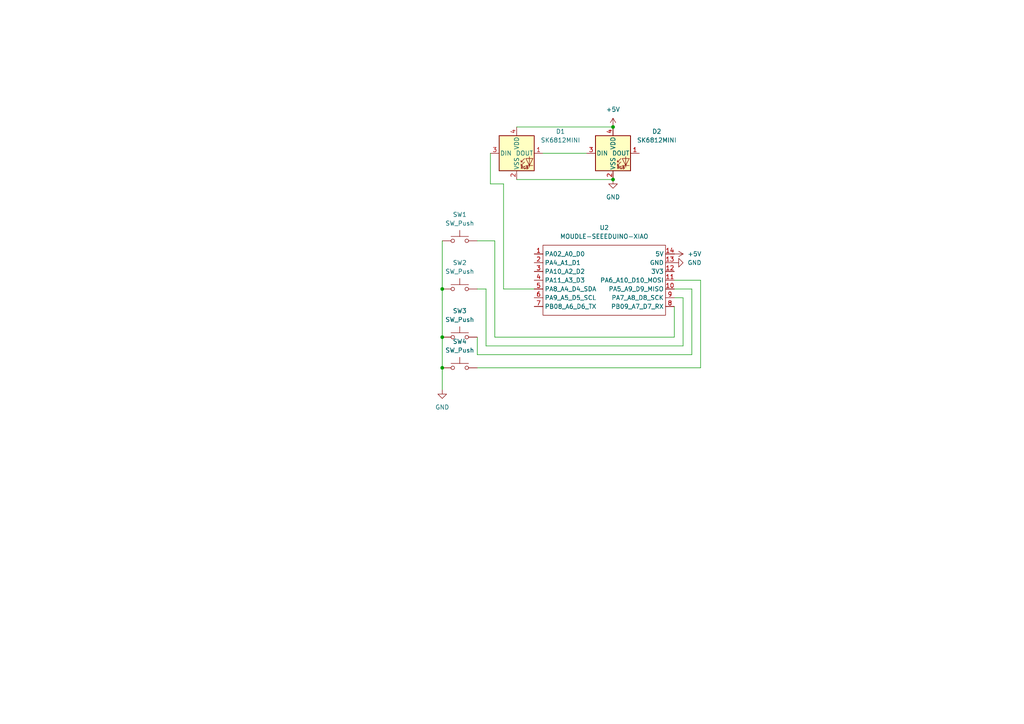
<source format=kicad_sch>
(kicad_sch
	(version 20231120)
	(generator "eeschema")
	(generator_version "8.0")
	(uuid "eb219932-11e5-4e30-ab5f-b2de3cfd0207")
	(paper "A4")
	(lib_symbols
		(symbol "LED:SK6812MINI"
			(pin_names
				(offset 0.254)
			)
			(exclude_from_sim no)
			(in_bom yes)
			(on_board yes)
			(property "Reference" "D"
				(at 5.08 5.715 0)
				(effects
					(font
						(size 1.27 1.27)
					)
					(justify right bottom)
				)
			)
			(property "Value" "SK6812MINI"
				(at 1.27 -5.715 0)
				(effects
					(font
						(size 1.27 1.27)
					)
					(justify left top)
				)
			)
			(property "Footprint" "LED_SMD:LED_SK6812MINI_PLCC4_3.5x3.5mm_P1.75mm"
				(at 1.27 -7.62 0)
				(effects
					(font
						(size 1.27 1.27)
					)
					(justify left top)
					(hide yes)
				)
			)
			(property "Datasheet" "https://cdn-shop.adafruit.com/product-files/2686/SK6812MINI_REV.01-1-2.pdf"
				(at 2.54 -9.525 0)
				(effects
					(font
						(size 1.27 1.27)
					)
					(justify left top)
					(hide yes)
				)
			)
			(property "Description" "RGB LED with integrated controller"
				(at 0 0 0)
				(effects
					(font
						(size 1.27 1.27)
					)
					(hide yes)
				)
			)
			(property "ki_keywords" "RGB LED NeoPixel Mini addressable"
				(at 0 0 0)
				(effects
					(font
						(size 1.27 1.27)
					)
					(hide yes)
				)
			)
			(property "ki_fp_filters" "LED*SK6812MINI*PLCC*3.5x3.5mm*P1.75mm*"
				(at 0 0 0)
				(effects
					(font
						(size 1.27 1.27)
					)
					(hide yes)
				)
			)
			(symbol "SK6812MINI_0_0"
				(text "RGB"
					(at 2.286 -4.191 0)
					(effects
						(font
							(size 0.762 0.762)
						)
					)
				)
			)
			(symbol "SK6812MINI_0_1"
				(polyline
					(pts
						(xy 1.27 -3.556) (xy 1.778 -3.556)
					)
					(stroke
						(width 0)
						(type default)
					)
					(fill
						(type none)
					)
				)
				(polyline
					(pts
						(xy 1.27 -2.54) (xy 1.778 -2.54)
					)
					(stroke
						(width 0)
						(type default)
					)
					(fill
						(type none)
					)
				)
				(polyline
					(pts
						(xy 4.699 -3.556) (xy 2.667 -3.556)
					)
					(stroke
						(width 0)
						(type default)
					)
					(fill
						(type none)
					)
				)
				(polyline
					(pts
						(xy 2.286 -2.54) (xy 1.27 -3.556) (xy 1.27 -3.048)
					)
					(stroke
						(width 0)
						(type default)
					)
					(fill
						(type none)
					)
				)
				(polyline
					(pts
						(xy 2.286 -1.524) (xy 1.27 -2.54) (xy 1.27 -2.032)
					)
					(stroke
						(width 0)
						(type default)
					)
					(fill
						(type none)
					)
				)
				(polyline
					(pts
						(xy 3.683 -1.016) (xy 3.683 -3.556) (xy 3.683 -4.064)
					)
					(stroke
						(width 0)
						(type default)
					)
					(fill
						(type none)
					)
				)
				(polyline
					(pts
						(xy 4.699 -1.524) (xy 2.667 -1.524) (xy 3.683 -3.556) (xy 4.699 -1.524)
					)
					(stroke
						(width 0)
						(type default)
					)
					(fill
						(type none)
					)
				)
				(rectangle
					(start 5.08 5.08)
					(end -5.08 -5.08)
					(stroke
						(width 0.254)
						(type default)
					)
					(fill
						(type background)
					)
				)
			)
			(symbol "SK6812MINI_1_1"
				(pin output line
					(at 7.62 0 180)
					(length 2.54)
					(name "DOUT"
						(effects
							(font
								(size 1.27 1.27)
							)
						)
					)
					(number "1"
						(effects
							(font
								(size 1.27 1.27)
							)
						)
					)
				)
				(pin power_in line
					(at 0 -7.62 90)
					(length 2.54)
					(name "VSS"
						(effects
							(font
								(size 1.27 1.27)
							)
						)
					)
					(number "2"
						(effects
							(font
								(size 1.27 1.27)
							)
						)
					)
				)
				(pin input line
					(at -7.62 0 0)
					(length 2.54)
					(name "DIN"
						(effects
							(font
								(size 1.27 1.27)
							)
						)
					)
					(number "3"
						(effects
							(font
								(size 1.27 1.27)
							)
						)
					)
				)
				(pin power_in line
					(at 0 7.62 270)
					(length 2.54)
					(name "VDD"
						(effects
							(font
								(size 1.27 1.27)
							)
						)
					)
					(number "4"
						(effects
							(font
								(size 1.27 1.27)
							)
						)
					)
				)
			)
		)
		(symbol "Switch:SW_Push"
			(pin_numbers hide)
			(pin_names
				(offset 1.016) hide)
			(exclude_from_sim no)
			(in_bom yes)
			(on_board yes)
			(property "Reference" "SW"
				(at 1.27 2.54 0)
				(effects
					(font
						(size 1.27 1.27)
					)
					(justify left)
				)
			)
			(property "Value" "SW_Push"
				(at 0 -1.524 0)
				(effects
					(font
						(size 1.27 1.27)
					)
				)
			)
			(property "Footprint" ""
				(at 0 5.08 0)
				(effects
					(font
						(size 1.27 1.27)
					)
					(hide yes)
				)
			)
			(property "Datasheet" "~"
				(at 0 5.08 0)
				(effects
					(font
						(size 1.27 1.27)
					)
					(hide yes)
				)
			)
			(property "Description" "Push button switch, generic, two pins"
				(at 0 0 0)
				(effects
					(font
						(size 1.27 1.27)
					)
					(hide yes)
				)
			)
			(property "ki_keywords" "switch normally-open pushbutton push-button"
				(at 0 0 0)
				(effects
					(font
						(size 1.27 1.27)
					)
					(hide yes)
				)
			)
			(symbol "SW_Push_0_1"
				(circle
					(center -2.032 0)
					(radius 0.508)
					(stroke
						(width 0)
						(type default)
					)
					(fill
						(type none)
					)
				)
				(polyline
					(pts
						(xy 0 1.27) (xy 0 3.048)
					)
					(stroke
						(width 0)
						(type default)
					)
					(fill
						(type none)
					)
				)
				(polyline
					(pts
						(xy 2.54 1.27) (xy -2.54 1.27)
					)
					(stroke
						(width 0)
						(type default)
					)
					(fill
						(type none)
					)
				)
				(circle
					(center 2.032 0)
					(radius 0.508)
					(stroke
						(width 0)
						(type default)
					)
					(fill
						(type none)
					)
				)
				(pin passive line
					(at -5.08 0 0)
					(length 2.54)
					(name "1"
						(effects
							(font
								(size 1.27 1.27)
							)
						)
					)
					(number "1"
						(effects
							(font
								(size 1.27 1.27)
							)
						)
					)
				)
				(pin passive line
					(at 5.08 0 180)
					(length 2.54)
					(name "2"
						(effects
							(font
								(size 1.27 1.27)
							)
						)
					)
					(number "2"
						(effects
							(font
								(size 1.27 1.27)
							)
						)
					)
				)
			)
		)
		(symbol "power:+5V"
			(power)
			(pin_numbers hide)
			(pin_names
				(offset 0) hide)
			(exclude_from_sim no)
			(in_bom yes)
			(on_board yes)
			(property "Reference" "#PWR"
				(at 0 -3.81 0)
				(effects
					(font
						(size 1.27 1.27)
					)
					(hide yes)
				)
			)
			(property "Value" "+5V"
				(at 0 3.556 0)
				(effects
					(font
						(size 1.27 1.27)
					)
				)
			)
			(property "Footprint" ""
				(at 0 0 0)
				(effects
					(font
						(size 1.27 1.27)
					)
					(hide yes)
				)
			)
			(property "Datasheet" ""
				(at 0 0 0)
				(effects
					(font
						(size 1.27 1.27)
					)
					(hide yes)
				)
			)
			(property "Description" "Power symbol creates a global label with name \"+5V\""
				(at 0 0 0)
				(effects
					(font
						(size 1.27 1.27)
					)
					(hide yes)
				)
			)
			(property "ki_keywords" "global power"
				(at 0 0 0)
				(effects
					(font
						(size 1.27 1.27)
					)
					(hide yes)
				)
			)
			(symbol "+5V_0_1"
				(polyline
					(pts
						(xy -0.762 1.27) (xy 0 2.54)
					)
					(stroke
						(width 0)
						(type default)
					)
					(fill
						(type none)
					)
				)
				(polyline
					(pts
						(xy 0 0) (xy 0 2.54)
					)
					(stroke
						(width 0)
						(type default)
					)
					(fill
						(type none)
					)
				)
				(polyline
					(pts
						(xy 0 2.54) (xy 0.762 1.27)
					)
					(stroke
						(width 0)
						(type default)
					)
					(fill
						(type none)
					)
				)
			)
			(symbol "+5V_1_1"
				(pin power_in line
					(at 0 0 90)
					(length 0)
					(name "~"
						(effects
							(font
								(size 1.27 1.27)
							)
						)
					)
					(number "1"
						(effects
							(font
								(size 1.27 1.27)
							)
						)
					)
				)
			)
		)
		(symbol "power:GND"
			(power)
			(pin_numbers hide)
			(pin_names
				(offset 0) hide)
			(exclude_from_sim no)
			(in_bom yes)
			(on_board yes)
			(property "Reference" "#PWR"
				(at 0 -6.35 0)
				(effects
					(font
						(size 1.27 1.27)
					)
					(hide yes)
				)
			)
			(property "Value" "GND"
				(at 0 -3.81 0)
				(effects
					(font
						(size 1.27 1.27)
					)
				)
			)
			(property "Footprint" ""
				(at 0 0 0)
				(effects
					(font
						(size 1.27 1.27)
					)
					(hide yes)
				)
			)
			(property "Datasheet" ""
				(at 0 0 0)
				(effects
					(font
						(size 1.27 1.27)
					)
					(hide yes)
				)
			)
			(property "Description" "Power symbol creates a global label with name \"GND\" , ground"
				(at 0 0 0)
				(effects
					(font
						(size 1.27 1.27)
					)
					(hide yes)
				)
			)
			(property "ki_keywords" "global power"
				(at 0 0 0)
				(effects
					(font
						(size 1.27 1.27)
					)
					(hide yes)
				)
			)
			(symbol "GND_0_1"
				(polyline
					(pts
						(xy 0 0) (xy 0 -1.27) (xy 1.27 -1.27) (xy 0 -2.54) (xy -1.27 -1.27) (xy 0 -1.27)
					)
					(stroke
						(width 0)
						(type default)
					)
					(fill
						(type none)
					)
				)
			)
			(symbol "GND_1_1"
				(pin power_in line
					(at 0 0 270)
					(length 0)
					(name "~"
						(effects
							(font
								(size 1.27 1.27)
							)
						)
					)
					(number "1"
						(effects
							(font
								(size 1.27 1.27)
							)
						)
					)
				)
			)
		)
		(symbol "xiao:MOUDLE-SEEEDUINO-XIAO"
			(exclude_from_sim no)
			(in_bom yes)
			(on_board yes)
			(property "Reference" "U"
				(at -16.51 11.43 0)
				(effects
					(font
						(size 1.27 1.27)
					)
				)
			)
			(property "Value" "MOUDLE-SEEEDUINO-XIAO"
				(at -3.81 -11.43 0)
				(effects
					(font
						(size 1.27 1.27)
					)
				)
			)
			(property "Footprint" ""
				(at -16.51 2.54 0)
				(effects
					(font
						(size 1.27 1.27)
					)
					(hide yes)
				)
			)
			(property "Datasheet" ""
				(at -16.51 2.54 0)
				(effects
					(font
						(size 1.27 1.27)
					)
					(hide yes)
				)
			)
			(property "Description" ""
				(at 0 0 0)
				(effects
					(font
						(size 1.27 1.27)
					)
					(hide yes)
				)
			)
			(symbol "MOUDLE-SEEEDUINO-XIAO_0_1"
				(rectangle
					(start -16.51 10.16)
					(end 19.05 -10.16)
					(stroke
						(width 0)
						(type default)
					)
					(fill
						(type none)
					)
				)
			)
			(symbol "MOUDLE-SEEEDUINO-XIAO_1_1"
				(pin passive line
					(at -19.05 7.62 0)
					(length 2.54)
					(name "PA02_A0_D0"
						(effects
							(font
								(size 1.27 1.27)
							)
						)
					)
					(number "1"
						(effects
							(font
								(size 1.27 1.27)
							)
						)
					)
				)
				(pin passive line
					(at 21.59 -2.54 180)
					(length 2.54)
					(name "PA5_A9_D9_MISO"
						(effects
							(font
								(size 1.27 1.27)
							)
						)
					)
					(number "10"
						(effects
							(font
								(size 1.27 1.27)
							)
						)
					)
				)
				(pin passive line
					(at 21.59 0 180)
					(length 2.54)
					(name "PA6_A10_D10_MOSI"
						(effects
							(font
								(size 1.27 1.27)
							)
						)
					)
					(number "11"
						(effects
							(font
								(size 1.27 1.27)
							)
						)
					)
				)
				(pin passive line
					(at 21.59 2.54 180)
					(length 2.54)
					(name "3V3"
						(effects
							(font
								(size 1.27 1.27)
							)
						)
					)
					(number "12"
						(effects
							(font
								(size 1.27 1.27)
							)
						)
					)
				)
				(pin passive line
					(at 21.59 5.08 180)
					(length 2.54)
					(name "GND"
						(effects
							(font
								(size 1.27 1.27)
							)
						)
					)
					(number "13"
						(effects
							(font
								(size 1.27 1.27)
							)
						)
					)
				)
				(pin passive line
					(at 21.59 7.62 180)
					(length 2.54)
					(name "5V"
						(effects
							(font
								(size 1.27 1.27)
							)
						)
					)
					(number "14"
						(effects
							(font
								(size 1.27 1.27)
							)
						)
					)
				)
				(pin passive line
					(at -19.05 5.08 0)
					(length 2.54)
					(name "PA4_A1_D1"
						(effects
							(font
								(size 1.27 1.27)
							)
						)
					)
					(number "2"
						(effects
							(font
								(size 1.27 1.27)
							)
						)
					)
				)
				(pin passive line
					(at -19.05 2.54 0)
					(length 2.54)
					(name "PA10_A2_D2"
						(effects
							(font
								(size 1.27 1.27)
							)
						)
					)
					(number "3"
						(effects
							(font
								(size 1.27 1.27)
							)
						)
					)
				)
				(pin passive line
					(at -19.05 0 0)
					(length 2.54)
					(name "PA11_A3_D3"
						(effects
							(font
								(size 1.27 1.27)
							)
						)
					)
					(number "4"
						(effects
							(font
								(size 1.27 1.27)
							)
						)
					)
				)
				(pin passive line
					(at -19.05 -2.54 0)
					(length 2.54)
					(name "PA8_A4_D4_SDA"
						(effects
							(font
								(size 1.27 1.27)
							)
						)
					)
					(number "5"
						(effects
							(font
								(size 1.27 1.27)
							)
						)
					)
				)
				(pin passive line
					(at -19.05 -5.08 0)
					(length 2.54)
					(name "PA9_A5_D5_SCL"
						(effects
							(font
								(size 1.27 1.27)
							)
						)
					)
					(number "6"
						(effects
							(font
								(size 1.27 1.27)
							)
						)
					)
				)
				(pin passive line
					(at -19.05 -7.62 0)
					(length 2.54)
					(name "PB08_A6_D6_TX"
						(effects
							(font
								(size 1.27 1.27)
							)
						)
					)
					(number "7"
						(effects
							(font
								(size 1.27 1.27)
							)
						)
					)
				)
				(pin passive line
					(at 21.59 -7.62 180)
					(length 2.54)
					(name "PB09_A7_D7_RX"
						(effects
							(font
								(size 1.27 1.27)
							)
						)
					)
					(number "8"
						(effects
							(font
								(size 1.27 1.27)
							)
						)
					)
				)
				(pin passive line
					(at 21.59 -5.08 180)
					(length 2.54)
					(name "PA7_A8_D8_SCK"
						(effects
							(font
								(size 1.27 1.27)
							)
						)
					)
					(number "9"
						(effects
							(font
								(size 1.27 1.27)
							)
						)
					)
				)
			)
		)
	)
	(junction
		(at 177.8 52.07)
		(diameter 0)
		(color 0 0 0 0)
		(uuid "23e043eb-8ff4-4c63-bd56-1a5061848549")
	)
	(junction
		(at 128.27 83.82)
		(diameter 0)
		(color 0 0 0 0)
		(uuid "b63abd0a-987f-439a-8881-5e7cda672def")
	)
	(junction
		(at 128.27 97.79)
		(diameter 0)
		(color 0 0 0 0)
		(uuid "dc612a35-f0fc-4ab8-b5aa-f945b3080062")
	)
	(junction
		(at 177.8 36.83)
		(diameter 0)
		(color 0 0 0 0)
		(uuid "e47d9077-def6-439b-b2e1-24350aeb6581")
	)
	(junction
		(at 128.27 106.68)
		(diameter 0)
		(color 0 0 0 0)
		(uuid "edc1b145-c6c3-4cf7-bf22-8d867da7a9f7")
	)
	(wire
		(pts
			(xy 128.27 97.79) (xy 128.27 106.68)
		)
		(stroke
			(width 0)
			(type default)
		)
		(uuid "09370154-e9ba-4333-92bf-fb778a3a5ee4")
	)
	(wire
		(pts
			(xy 140.97 100.33) (xy 198.12 100.33)
		)
		(stroke
			(width 0)
			(type default)
		)
		(uuid "14c9182c-aced-4f9c-9262-48e12c83b096")
	)
	(wire
		(pts
			(xy 146.05 83.82) (xy 146.05 53.34)
		)
		(stroke
			(width 0)
			(type default)
		)
		(uuid "1bc4f1cd-9ef5-4fb2-8c1b-f07c9655358a")
	)
	(wire
		(pts
			(xy 149.86 52.07) (xy 177.8 52.07)
		)
		(stroke
			(width 0)
			(type default)
		)
		(uuid "1c8acf02-f3c5-4423-8647-3f8cc436b043")
	)
	(wire
		(pts
			(xy 146.05 53.34) (xy 142.24 53.34)
		)
		(stroke
			(width 0)
			(type default)
		)
		(uuid "2a7b9197-d8b8-403c-9a7f-626fa63e2df1")
	)
	(wire
		(pts
			(xy 138.43 69.85) (xy 143.51 69.85)
		)
		(stroke
			(width 0)
			(type default)
		)
		(uuid "2dea5456-7e66-43a9-85ae-defbc9785feb")
	)
	(wire
		(pts
			(xy 128.27 83.82) (xy 128.27 97.79)
		)
		(stroke
			(width 0)
			(type default)
		)
		(uuid "34ca8fb5-0b3d-4bff-8c15-8082e92fb242")
	)
	(wire
		(pts
			(xy 157.48 44.45) (xy 170.18 44.45)
		)
		(stroke
			(width 0)
			(type default)
		)
		(uuid "4181f077-98a8-4be7-a7a2-9b443009a05c")
	)
	(wire
		(pts
			(xy 138.43 102.87) (xy 138.43 97.79)
		)
		(stroke
			(width 0)
			(type default)
		)
		(uuid "41cb1e54-aaf6-43b1-85cd-5f90767e6778")
	)
	(wire
		(pts
			(xy 203.2 106.68) (xy 203.2 81.28)
		)
		(stroke
			(width 0)
			(type default)
		)
		(uuid "47d40cdf-16f0-41ea-83a4-35893d024151")
	)
	(wire
		(pts
			(xy 203.2 81.28) (xy 195.58 81.28)
		)
		(stroke
			(width 0)
			(type default)
		)
		(uuid "51dc0384-d37b-4596-9f16-a53f3b68246f")
	)
	(wire
		(pts
			(xy 138.43 106.68) (xy 203.2 106.68)
		)
		(stroke
			(width 0)
			(type default)
		)
		(uuid "76d2913c-acab-4151-a929-9ab9347b62be")
	)
	(wire
		(pts
			(xy 138.43 83.82) (xy 140.97 83.82)
		)
		(stroke
			(width 0)
			(type default)
		)
		(uuid "7a341566-b5e8-47b7-aa6a-02de640ed80d")
	)
	(wire
		(pts
			(xy 138.43 102.87) (xy 200.66 102.87)
		)
		(stroke
			(width 0)
			(type default)
		)
		(uuid "8090a219-f8b7-43db-918b-95146c7377b1")
	)
	(wire
		(pts
			(xy 142.24 53.34) (xy 142.24 44.45)
		)
		(stroke
			(width 0)
			(type default)
		)
		(uuid "8a501d35-2cbb-4805-819b-083553a97b43")
	)
	(wire
		(pts
			(xy 149.86 36.83) (xy 177.8 36.83)
		)
		(stroke
			(width 0)
			(type default)
		)
		(uuid "944361aa-093e-4ef7-a192-4ade5f8f56bb")
	)
	(wire
		(pts
			(xy 143.51 97.79) (xy 195.58 97.79)
		)
		(stroke
			(width 0)
			(type default)
		)
		(uuid "964775e5-2f72-4b82-97f5-15cf7ca7d6a8")
	)
	(wire
		(pts
			(xy 195.58 97.79) (xy 195.58 88.9)
		)
		(stroke
			(width 0)
			(type default)
		)
		(uuid "967b63e6-f285-41b4-b0c7-590f9f069784")
	)
	(wire
		(pts
			(xy 198.12 86.36) (xy 195.58 86.36)
		)
		(stroke
			(width 0)
			(type default)
		)
		(uuid "967e148c-0f02-44c0-ad02-da32f42bea3d")
	)
	(wire
		(pts
			(xy 143.51 69.85) (xy 143.51 97.79)
		)
		(stroke
			(width 0)
			(type default)
		)
		(uuid "988470f0-3d87-46e1-b1d7-c30bf532b797")
	)
	(wire
		(pts
			(xy 128.27 69.85) (xy 128.27 83.82)
		)
		(stroke
			(width 0)
			(type default)
		)
		(uuid "a1c7d5c5-ea40-4033-9b7b-02ee600d6ace")
	)
	(wire
		(pts
			(xy 128.27 113.03) (xy 128.27 106.68)
		)
		(stroke
			(width 0)
			(type default)
		)
		(uuid "a64e07c4-173d-4873-822b-16494ce2fc95")
	)
	(wire
		(pts
			(xy 198.12 100.33) (xy 198.12 86.36)
		)
		(stroke
			(width 0)
			(type default)
		)
		(uuid "beb7a946-e6a5-445f-87ce-a888b73c17ed")
	)
	(wire
		(pts
			(xy 200.66 102.87) (xy 200.66 83.82)
		)
		(stroke
			(width 0)
			(type default)
		)
		(uuid "bfebe621-8e2f-4b6b-bdd0-282e967d7fce")
	)
	(wire
		(pts
			(xy 200.66 83.82) (xy 195.58 83.82)
		)
		(stroke
			(width 0)
			(type default)
		)
		(uuid "ea9979e2-09e3-426f-85e5-fdec485e5397")
	)
	(wire
		(pts
			(xy 140.97 83.82) (xy 140.97 100.33)
		)
		(stroke
			(width 0)
			(type default)
		)
		(uuid "fd999e2e-ad0c-4fed-a036-eba741ca6af5")
	)
	(wire
		(pts
			(xy 154.94 83.82) (xy 146.05 83.82)
		)
		(stroke
			(width 0)
			(type default)
		)
		(uuid "fe9749e8-ed6d-46c1-94f7-e0eee394ae91")
	)
	(symbol
		(lib_id "power:+5V")
		(at 177.8 36.83 0)
		(unit 1)
		(exclude_from_sim no)
		(in_bom yes)
		(on_board yes)
		(dnp no)
		(fields_autoplaced yes)
		(uuid "10b18bd6-041c-45e1-8a02-f7f454e79a8a")
		(property "Reference" "#PWR04"
			(at 177.8 40.64 0)
			(effects
				(font
					(size 1.27 1.27)
				)
				(hide yes)
			)
		)
		(property "Value" "+5V"
			(at 177.8 31.75 0)
			(effects
				(font
					(size 1.27 1.27)
				)
			)
		)
		(property "Footprint" ""
			(at 177.8 36.83 0)
			(effects
				(font
					(size 1.27 1.27)
				)
				(hide yes)
			)
		)
		(property "Datasheet" ""
			(at 177.8 36.83 0)
			(effects
				(font
					(size 1.27 1.27)
				)
				(hide yes)
			)
		)
		(property "Description" "Power symbol creates a global label with name \"+5V\""
			(at 177.8 36.83 0)
			(effects
				(font
					(size 1.27 1.27)
				)
				(hide yes)
			)
		)
		(pin "1"
			(uuid "68a4d3cd-57d3-4afc-a4f2-839fd4647f5a")
		)
		(instances
			(project ""
				(path "/eb219932-11e5-4e30-ab5f-b2de3cfd0207"
					(reference "#PWR04")
					(unit 1)
				)
			)
		)
	)
	(symbol
		(lib_id "power:GND")
		(at 195.58 76.2 90)
		(unit 1)
		(exclude_from_sim no)
		(in_bom yes)
		(on_board yes)
		(dnp no)
		(fields_autoplaced yes)
		(uuid "16782795-74e8-4baa-8b75-1b3309b68df9")
		(property "Reference" "#PWR01"
			(at 201.93 76.2 0)
			(effects
				(font
					(size 1.27 1.27)
				)
				(hide yes)
			)
		)
		(property "Value" "GND"
			(at 199.39 76.1999 90)
			(effects
				(font
					(size 1.27 1.27)
				)
				(justify right)
			)
		)
		(property "Footprint" ""
			(at 195.58 76.2 0)
			(effects
				(font
					(size 1.27 1.27)
				)
				(hide yes)
			)
		)
		(property "Datasheet" ""
			(at 195.58 76.2 0)
			(effects
				(font
					(size 1.27 1.27)
				)
				(hide yes)
			)
		)
		(property "Description" "Power symbol creates a global label with name \"GND\" , ground"
			(at 195.58 76.2 0)
			(effects
				(font
					(size 1.27 1.27)
				)
				(hide yes)
			)
		)
		(pin "1"
			(uuid "7f4bd030-8dfb-4a1b-9ca6-ed7378a12c9a")
		)
		(instances
			(project ""
				(path "/eb219932-11e5-4e30-ab5f-b2de3cfd0207"
					(reference "#PWR01")
					(unit 1)
				)
			)
		)
	)
	(symbol
		(lib_id "power:GND")
		(at 128.27 113.03 0)
		(unit 1)
		(exclude_from_sim no)
		(in_bom yes)
		(on_board yes)
		(dnp no)
		(fields_autoplaced yes)
		(uuid "1cdab028-31a3-48a1-869f-09200af37a8a")
		(property "Reference" "#PWR02"
			(at 128.27 119.38 0)
			(effects
				(font
					(size 1.27 1.27)
				)
				(hide yes)
			)
		)
		(property "Value" "GND"
			(at 128.27 118.11 0)
			(effects
				(font
					(size 1.27 1.27)
				)
			)
		)
		(property "Footprint" ""
			(at 128.27 113.03 0)
			(effects
				(font
					(size 1.27 1.27)
				)
				(hide yes)
			)
		)
		(property "Datasheet" ""
			(at 128.27 113.03 0)
			(effects
				(font
					(size 1.27 1.27)
				)
				(hide yes)
			)
		)
		(property "Description" "Power symbol creates a global label with name \"GND\" , ground"
			(at 128.27 113.03 0)
			(effects
				(font
					(size 1.27 1.27)
				)
				(hide yes)
			)
		)
		(pin "1"
			(uuid "84feabe1-daa6-41f4-a43e-c92ae5358db8")
		)
		(instances
			(project ""
				(path "/eb219932-11e5-4e30-ab5f-b2de3cfd0207"
					(reference "#PWR02")
					(unit 1)
				)
			)
		)
	)
	(symbol
		(lib_id "power:GND")
		(at 177.8 52.07 0)
		(unit 1)
		(exclude_from_sim no)
		(in_bom yes)
		(on_board yes)
		(dnp no)
		(fields_autoplaced yes)
		(uuid "43f79c41-dce0-4f97-a462-68f2bde1b0d0")
		(property "Reference" "#PWR03"
			(at 177.8 58.42 0)
			(effects
				(font
					(size 1.27 1.27)
				)
				(hide yes)
			)
		)
		(property "Value" "GND"
			(at 177.8 57.15 0)
			(effects
				(font
					(size 1.27 1.27)
				)
			)
		)
		(property "Footprint" ""
			(at 177.8 52.07 0)
			(effects
				(font
					(size 1.27 1.27)
				)
				(hide yes)
			)
		)
		(property "Datasheet" ""
			(at 177.8 52.07 0)
			(effects
				(font
					(size 1.27 1.27)
				)
				(hide yes)
			)
		)
		(property "Description" "Power symbol creates a global label with name \"GND\" , ground"
			(at 177.8 52.07 0)
			(effects
				(font
					(size 1.27 1.27)
				)
				(hide yes)
			)
		)
		(pin "1"
			(uuid "286b2f64-fefe-4fd1-9584-69857fc6a61a")
		)
		(instances
			(project ""
				(path "/eb219932-11e5-4e30-ab5f-b2de3cfd0207"
					(reference "#PWR03")
					(unit 1)
				)
			)
		)
	)
	(symbol
		(lib_id "xiao:MOUDLE-SEEEDUINO-XIAO")
		(at 173.99 81.28 0)
		(unit 1)
		(exclude_from_sim no)
		(in_bom yes)
		(on_board yes)
		(dnp no)
		(fields_autoplaced yes)
		(uuid "6d642e6f-dda6-45f6-820d-4e74f39608e0")
		(property "Reference" "U2"
			(at 175.26 66.04 0)
			(effects
				(font
					(size 1.27 1.27)
				)
			)
		)
		(property "Value" "MOUDLE-SEEEDUINO-XIAO"
			(at 175.26 68.58 0)
			(effects
				(font
					(size 1.27 1.27)
				)
			)
		)
		(property "Footprint" "xiao:MOUDLE14P-2.54-21X17.8MM"
			(at 157.48 78.74 0)
			(effects
				(font
					(size 1.27 1.27)
				)
				(hide yes)
			)
		)
		(property "Datasheet" ""
			(at 157.48 78.74 0)
			(effects
				(font
					(size 1.27 1.27)
				)
				(hide yes)
			)
		)
		(property "Description" ""
			(at 173.99 81.28 0)
			(effects
				(font
					(size 1.27 1.27)
				)
				(hide yes)
			)
		)
		(pin "8"
			(uuid "1d55c241-3ded-44cb-8ee1-6fc4cf9c7448")
		)
		(pin "5"
			(uuid "eec269eb-98de-4cc0-b221-b6cdc79135a5")
		)
		(pin "13"
			(uuid "0b7db7c8-61e1-486b-ae6f-b989a1123ef4")
		)
		(pin "3"
			(uuid "702d128a-8306-419f-a23d-ec60b3cf7046")
		)
		(pin "1"
			(uuid "953c2b64-ce2b-4d42-8c0d-10970ac37739")
		)
		(pin "2"
			(uuid "c6d7135c-fdf6-4c13-afe5-d5a3a121985a")
		)
		(pin "7"
			(uuid "f1b3515c-f31b-4b4e-b093-902f566f7735")
		)
		(pin "6"
			(uuid "76c0644d-36ab-40e1-bec2-9c27cd445248")
		)
		(pin "12"
			(uuid "6a91d61a-e920-4f64-bc1a-2134b7226bad")
		)
		(pin "14"
			(uuid "c3b7a82a-fd35-4786-8f2f-42b2e13fdba2")
		)
		(pin "9"
			(uuid "f9ce888b-9fa9-4aa4-b7b4-17b863749aaf")
		)
		(pin "10"
			(uuid "105ad001-27ef-47ee-a7a8-adfd6cd1403d")
		)
		(pin "11"
			(uuid "7c6eecfa-a1fd-4f6e-815b-9d326da460e2")
		)
		(pin "4"
			(uuid "89b864c1-548b-426c-9e8d-a955fa4c5222")
		)
		(instances
			(project ""
				(path "/eb219932-11e5-4e30-ab5f-b2de3cfd0207"
					(reference "U2")
					(unit 1)
				)
			)
		)
	)
	(symbol
		(lib_id "LED:SK6812MINI")
		(at 149.86 44.45 0)
		(unit 1)
		(exclude_from_sim no)
		(in_bom yes)
		(on_board yes)
		(dnp no)
		(fields_autoplaced yes)
		(uuid "85358bbf-31be-4e8a-aa7b-43c4ca6ed997")
		(property "Reference" "D1"
			(at 162.56 38.1314 0)
			(effects
				(font
					(size 1.27 1.27)
				)
			)
		)
		(property "Value" "SK6812MINI"
			(at 162.56 40.6714 0)
			(effects
				(font
					(size 1.27 1.27)
				)
			)
		)
		(property "Footprint" "LED_SMD:LED_SK6812MINI_PLCC4_3.5x3.5mm_P1.75mm"
			(at 151.13 52.07 0)
			(effects
				(font
					(size 1.27 1.27)
				)
				(justify left top)
				(hide yes)
			)
		)
		(property "Datasheet" "https://cdn-shop.adafruit.com/product-files/2686/SK6812MINI_REV.01-1-2.pdf"
			(at 152.4 53.975 0)
			(effects
				(font
					(size 1.27 1.27)
				)
				(justify left top)
				(hide yes)
			)
		)
		(property "Description" "RGB LED with integrated controller"
			(at 149.86 44.45 0)
			(effects
				(font
					(size 1.27 1.27)
				)
				(hide yes)
			)
		)
		(pin "2"
			(uuid "07393abf-ee0a-45d2-99ea-d6e9ea9e917f")
		)
		(pin "4"
			(uuid "91add541-6e27-4cfb-a011-99fc47dd0f9a")
		)
		(pin "3"
			(uuid "65aed95c-8684-4073-89f9-7f1aa79286d9")
		)
		(pin "1"
			(uuid "78ade906-f986-4ff5-a910-69d736f440ee")
		)
		(instances
			(project ""
				(path "/eb219932-11e5-4e30-ab5f-b2de3cfd0207"
					(reference "D1")
					(unit 1)
				)
			)
		)
	)
	(symbol
		(lib_id "Switch:SW_Push")
		(at 133.35 69.85 0)
		(unit 1)
		(exclude_from_sim no)
		(in_bom yes)
		(on_board yes)
		(dnp no)
		(fields_autoplaced yes)
		(uuid "899d2273-b41a-49e5-9580-8c6e59e01f00")
		(property "Reference" "SW1"
			(at 133.35 62.23 0)
			(effects
				(font
					(size 1.27 1.27)
				)
			)
		)
		(property "Value" "SW_Push"
			(at 133.35 64.77 0)
			(effects
				(font
					(size 1.27 1.27)
				)
			)
		)
		(property "Footprint" "PCM_Switch_Keyboard_Cherry_MX:SW_Cherry_MX_PCB_1.00u"
			(at 133.35 64.77 0)
			(effects
				(font
					(size 1.27 1.27)
				)
				(hide yes)
			)
		)
		(property "Datasheet" "~"
			(at 133.35 64.77 0)
			(effects
				(font
					(size 1.27 1.27)
				)
				(hide yes)
			)
		)
		(property "Description" "Push button switch, generic, two pins"
			(at 133.35 69.85 0)
			(effects
				(font
					(size 1.27 1.27)
				)
				(hide yes)
			)
		)
		(pin "1"
			(uuid "914c202c-5d67-4f09-a8ea-baf190d5a8b6")
		)
		(pin "2"
			(uuid "39a0ac2d-cf92-4341-84f0-fa16e123eb5a")
		)
		(instances
			(project ""
				(path "/eb219932-11e5-4e30-ab5f-b2de3cfd0207"
					(reference "SW1")
					(unit 1)
				)
			)
		)
	)
	(symbol
		(lib_id "LED:SK6812MINI")
		(at 177.8 44.45 0)
		(unit 1)
		(exclude_from_sim no)
		(in_bom yes)
		(on_board yes)
		(dnp no)
		(fields_autoplaced yes)
		(uuid "a8dcd9c9-4e37-46e8-998f-7fc96797a55c")
		(property "Reference" "D2"
			(at 190.5 38.1314 0)
			(effects
				(font
					(size 1.27 1.27)
				)
			)
		)
		(property "Value" "SK6812MINI"
			(at 190.5 40.6714 0)
			(effects
				(font
					(size 1.27 1.27)
				)
			)
		)
		(property "Footprint" "LED_SMD:LED_SK6812MINI_PLCC4_3.5x3.5mm_P1.75mm"
			(at 179.07 52.07 0)
			(effects
				(font
					(size 1.27 1.27)
				)
				(justify left top)
				(hide yes)
			)
		)
		(property "Datasheet" "https://cdn-shop.adafruit.com/product-files/2686/SK6812MINI_REV.01-1-2.pdf"
			(at 180.34 53.975 0)
			(effects
				(font
					(size 1.27 1.27)
				)
				(justify left top)
				(hide yes)
			)
		)
		(property "Description" "RGB LED with integrated controller"
			(at 177.8 44.45 0)
			(effects
				(font
					(size 1.27 1.27)
				)
				(hide yes)
			)
		)
		(pin "2"
			(uuid "2450dc64-56b3-401e-9876-c34ae9daaabc")
		)
		(pin "4"
			(uuid "7fa5b7ac-2252-4207-b49f-48dd9ef3bbfb")
		)
		(pin "3"
			(uuid "c317cd7d-b7f4-46ac-9bb0-b54e1cc8de5f")
		)
		(pin "1"
			(uuid "16f01fca-29dd-4ad4-a04d-e8afa927db31")
		)
		(instances
			(project "hackpad"
				(path "/eb219932-11e5-4e30-ab5f-b2de3cfd0207"
					(reference "D2")
					(unit 1)
				)
			)
		)
	)
	(symbol
		(lib_id "Switch:SW_Push")
		(at 133.35 106.68 0)
		(unit 1)
		(exclude_from_sim no)
		(in_bom yes)
		(on_board yes)
		(dnp no)
		(fields_autoplaced yes)
		(uuid "ab9b43d7-37bf-4394-8c42-5fb98def8552")
		(property "Reference" "SW4"
			(at 133.35 99.06 0)
			(effects
				(font
					(size 1.27 1.27)
				)
			)
		)
		(property "Value" "SW_Push"
			(at 133.35 101.6 0)
			(effects
				(font
					(size 1.27 1.27)
				)
			)
		)
		(property "Footprint" "PCM_Switch_Keyboard_Cherry_MX:SW_Cherry_MX_PCB_1.00u"
			(at 133.35 101.6 0)
			(effects
				(font
					(size 1.27 1.27)
				)
				(hide yes)
			)
		)
		(property "Datasheet" "~"
			(at 133.35 101.6 0)
			(effects
				(font
					(size 1.27 1.27)
				)
				(hide yes)
			)
		)
		(property "Description" "Push button switch, generic, two pins"
			(at 133.35 106.68 0)
			(effects
				(font
					(size 1.27 1.27)
				)
				(hide yes)
			)
		)
		(pin "1"
			(uuid "e7496bed-4bb7-44ff-9507-2f4a04b2d160")
		)
		(pin "2"
			(uuid "3d7d41d2-7d38-4de2-a8c7-8859ff9a5108")
		)
		(instances
			(project "hackpad"
				(path "/eb219932-11e5-4e30-ab5f-b2de3cfd0207"
					(reference "SW4")
					(unit 1)
				)
			)
		)
	)
	(symbol
		(lib_id "power:+5V")
		(at 195.58 73.66 270)
		(unit 1)
		(exclude_from_sim no)
		(in_bom yes)
		(on_board yes)
		(dnp no)
		(fields_autoplaced yes)
		(uuid "b882911a-1854-4dce-983c-fc90a547dc34")
		(property "Reference" "#PWR05"
			(at 191.77 73.66 0)
			(effects
				(font
					(size 1.27 1.27)
				)
				(hide yes)
			)
		)
		(property "Value" "+5V"
			(at 199.39 73.6599 90)
			(effects
				(font
					(size 1.27 1.27)
				)
				(justify left)
			)
		)
		(property "Footprint" ""
			(at 195.58 73.66 0)
			(effects
				(font
					(size 1.27 1.27)
				)
				(hide yes)
			)
		)
		(property "Datasheet" ""
			(at 195.58 73.66 0)
			(effects
				(font
					(size 1.27 1.27)
				)
				(hide yes)
			)
		)
		(property "Description" "Power symbol creates a global label with name \"+5V\""
			(at 195.58 73.66 0)
			(effects
				(font
					(size 1.27 1.27)
				)
				(hide yes)
			)
		)
		(pin "1"
			(uuid "64aa7a0f-8afd-4be7-b40d-3c9f02f29ba5")
		)
		(instances
			(project "hackpad"
				(path "/eb219932-11e5-4e30-ab5f-b2de3cfd0207"
					(reference "#PWR05")
					(unit 1)
				)
			)
		)
	)
	(symbol
		(lib_id "Switch:SW_Push")
		(at 133.35 83.82 0)
		(unit 1)
		(exclude_from_sim no)
		(in_bom yes)
		(on_board yes)
		(dnp no)
		(fields_autoplaced yes)
		(uuid "ca2216b4-d859-4d2a-8192-9f3cbff83421")
		(property "Reference" "SW2"
			(at 133.35 76.2 0)
			(effects
				(font
					(size 1.27 1.27)
				)
			)
		)
		(property "Value" "SW_Push"
			(at 133.35 78.74 0)
			(effects
				(font
					(size 1.27 1.27)
				)
			)
		)
		(property "Footprint" "PCM_Switch_Keyboard_Cherry_MX:SW_Cherry_MX_PCB_1.00u"
			(at 133.35 78.74 0)
			(effects
				(font
					(size 1.27 1.27)
				)
				(hide yes)
			)
		)
		(property "Datasheet" "~"
			(at 133.35 78.74 0)
			(effects
				(font
					(size 1.27 1.27)
				)
				(hide yes)
			)
		)
		(property "Description" "Push button switch, generic, two pins"
			(at 133.35 83.82 0)
			(effects
				(font
					(size 1.27 1.27)
				)
				(hide yes)
			)
		)
		(pin "1"
			(uuid "ec626670-416e-4ede-8a6a-7ad893353a8b")
		)
		(pin "2"
			(uuid "16a8d493-63b1-400f-856c-760471f81478")
		)
		(instances
			(project "hackpad"
				(path "/eb219932-11e5-4e30-ab5f-b2de3cfd0207"
					(reference "SW2")
					(unit 1)
				)
			)
		)
	)
	(symbol
		(lib_id "Switch:SW_Push")
		(at 133.35 97.79 0)
		(unit 1)
		(exclude_from_sim no)
		(in_bom yes)
		(on_board yes)
		(dnp no)
		(fields_autoplaced yes)
		(uuid "fe03a40a-e5b9-40ac-b92e-4032b029dd65")
		(property "Reference" "SW3"
			(at 133.35 90.17 0)
			(effects
				(font
					(size 1.27 1.27)
				)
			)
		)
		(property "Value" "SW_Push"
			(at 133.35 92.71 0)
			(effects
				(font
					(size 1.27 1.27)
				)
			)
		)
		(property "Footprint" "PCM_Switch_Keyboard_Cherry_MX:SW_Cherry_MX_PCB_1.00u"
			(at 133.35 92.71 0)
			(effects
				(font
					(size 1.27 1.27)
				)
				(hide yes)
			)
		)
		(property "Datasheet" "~"
			(at 133.35 92.71 0)
			(effects
				(font
					(size 1.27 1.27)
				)
				(hide yes)
			)
		)
		(property "Description" "Push button switch, generic, two pins"
			(at 133.35 97.79 0)
			(effects
				(font
					(size 1.27 1.27)
				)
				(hide yes)
			)
		)
		(pin "1"
			(uuid "c132e7f0-debe-4ffd-bb5f-4d89d1e2dc8d")
		)
		(pin "2"
			(uuid "ca93fd24-51e5-403f-a2ff-06eae5479ff0")
		)
		(instances
			(project "hackpad"
				(path "/eb219932-11e5-4e30-ab5f-b2de3cfd0207"
					(reference "SW3")
					(unit 1)
				)
			)
		)
	)
	(sheet_instances
		(path "/"
			(page "1")
		)
	)
)

</source>
